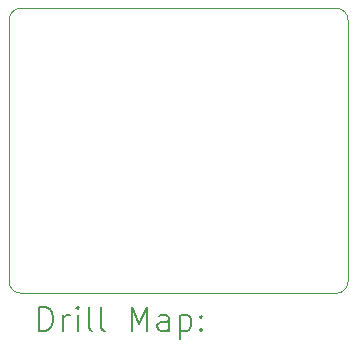
<source format=gbr>
%TF.GenerationSoftware,KiCad,Pcbnew,7.0.6*%
%TF.CreationDate,2024-02-24T16:41:01-05:00*%
%TF.ProjectId,ads1120_breakout,61647331-3132-4305-9f62-7265616b6f75,rev?*%
%TF.SameCoordinates,Original*%
%TF.FileFunction,Drillmap*%
%TF.FilePolarity,Positive*%
%FSLAX45Y45*%
G04 Gerber Fmt 4.5, Leading zero omitted, Abs format (unit mm)*
G04 Created by KiCad (PCBNEW 7.0.6) date 2024-02-24 16:41:01*
%MOMM*%
%LPD*%
G01*
G04 APERTURE LIST*
%ADD10C,0.100000*%
%ADD11C,0.200000*%
G04 APERTURE END LIST*
D10*
X15798800Y-7313600D02*
G75*
G03*
X15698800Y-7213600I-100000J0D01*
G01*
X15698800Y-9626600D02*
G75*
G03*
X15798800Y-9526600I0J100000D01*
G01*
X12928600Y-9526600D02*
G75*
G03*
X13028600Y-9626600I100000J0D01*
G01*
X13028600Y-7213600D02*
G75*
G03*
X12928600Y-7313600I0J-100000D01*
G01*
X15698800Y-7213600D02*
X13028600Y-7213600D01*
X15798800Y-9526600D02*
X15798800Y-7313600D01*
X13028600Y-9626600D02*
X15698800Y-9626600D01*
X12928600Y-7313600D02*
X12928600Y-9526600D01*
D11*
X13184377Y-9943084D02*
X13184377Y-9743084D01*
X13184377Y-9743084D02*
X13231996Y-9743084D01*
X13231996Y-9743084D02*
X13260567Y-9752608D01*
X13260567Y-9752608D02*
X13279615Y-9771655D01*
X13279615Y-9771655D02*
X13289139Y-9790703D01*
X13289139Y-9790703D02*
X13298662Y-9828798D01*
X13298662Y-9828798D02*
X13298662Y-9857370D01*
X13298662Y-9857370D02*
X13289139Y-9895465D01*
X13289139Y-9895465D02*
X13279615Y-9914512D01*
X13279615Y-9914512D02*
X13260567Y-9933560D01*
X13260567Y-9933560D02*
X13231996Y-9943084D01*
X13231996Y-9943084D02*
X13184377Y-9943084D01*
X13384377Y-9943084D02*
X13384377Y-9809750D01*
X13384377Y-9847846D02*
X13393901Y-9828798D01*
X13393901Y-9828798D02*
X13403424Y-9819274D01*
X13403424Y-9819274D02*
X13422472Y-9809750D01*
X13422472Y-9809750D02*
X13441520Y-9809750D01*
X13508186Y-9943084D02*
X13508186Y-9809750D01*
X13508186Y-9743084D02*
X13498662Y-9752608D01*
X13498662Y-9752608D02*
X13508186Y-9762131D01*
X13508186Y-9762131D02*
X13517710Y-9752608D01*
X13517710Y-9752608D02*
X13508186Y-9743084D01*
X13508186Y-9743084D02*
X13508186Y-9762131D01*
X13631996Y-9943084D02*
X13612948Y-9933560D01*
X13612948Y-9933560D02*
X13603424Y-9914512D01*
X13603424Y-9914512D02*
X13603424Y-9743084D01*
X13736758Y-9943084D02*
X13717710Y-9933560D01*
X13717710Y-9933560D02*
X13708186Y-9914512D01*
X13708186Y-9914512D02*
X13708186Y-9743084D01*
X13965329Y-9943084D02*
X13965329Y-9743084D01*
X13965329Y-9743084D02*
X14031996Y-9885941D01*
X14031996Y-9885941D02*
X14098662Y-9743084D01*
X14098662Y-9743084D02*
X14098662Y-9943084D01*
X14279615Y-9943084D02*
X14279615Y-9838322D01*
X14279615Y-9838322D02*
X14270091Y-9819274D01*
X14270091Y-9819274D02*
X14251043Y-9809750D01*
X14251043Y-9809750D02*
X14212948Y-9809750D01*
X14212948Y-9809750D02*
X14193901Y-9819274D01*
X14279615Y-9933560D02*
X14260567Y-9943084D01*
X14260567Y-9943084D02*
X14212948Y-9943084D01*
X14212948Y-9943084D02*
X14193901Y-9933560D01*
X14193901Y-9933560D02*
X14184377Y-9914512D01*
X14184377Y-9914512D02*
X14184377Y-9895465D01*
X14184377Y-9895465D02*
X14193901Y-9876417D01*
X14193901Y-9876417D02*
X14212948Y-9866893D01*
X14212948Y-9866893D02*
X14260567Y-9866893D01*
X14260567Y-9866893D02*
X14279615Y-9857370D01*
X14374853Y-9809750D02*
X14374853Y-10009750D01*
X14374853Y-9819274D02*
X14393901Y-9809750D01*
X14393901Y-9809750D02*
X14431996Y-9809750D01*
X14431996Y-9809750D02*
X14451043Y-9819274D01*
X14451043Y-9819274D02*
X14460567Y-9828798D01*
X14460567Y-9828798D02*
X14470091Y-9847846D01*
X14470091Y-9847846D02*
X14470091Y-9904989D01*
X14470091Y-9904989D02*
X14460567Y-9924036D01*
X14460567Y-9924036D02*
X14451043Y-9933560D01*
X14451043Y-9933560D02*
X14431996Y-9943084D01*
X14431996Y-9943084D02*
X14393901Y-9943084D01*
X14393901Y-9943084D02*
X14374853Y-9933560D01*
X14555805Y-9924036D02*
X14565329Y-9933560D01*
X14565329Y-9933560D02*
X14555805Y-9943084D01*
X14555805Y-9943084D02*
X14546282Y-9933560D01*
X14546282Y-9933560D02*
X14555805Y-9924036D01*
X14555805Y-9924036D02*
X14555805Y-9943084D01*
X14555805Y-9819274D02*
X14565329Y-9828798D01*
X14565329Y-9828798D02*
X14555805Y-9838322D01*
X14555805Y-9838322D02*
X14546282Y-9828798D01*
X14546282Y-9828798D02*
X14555805Y-9819274D01*
X14555805Y-9819274D02*
X14555805Y-9838322D01*
M02*

</source>
